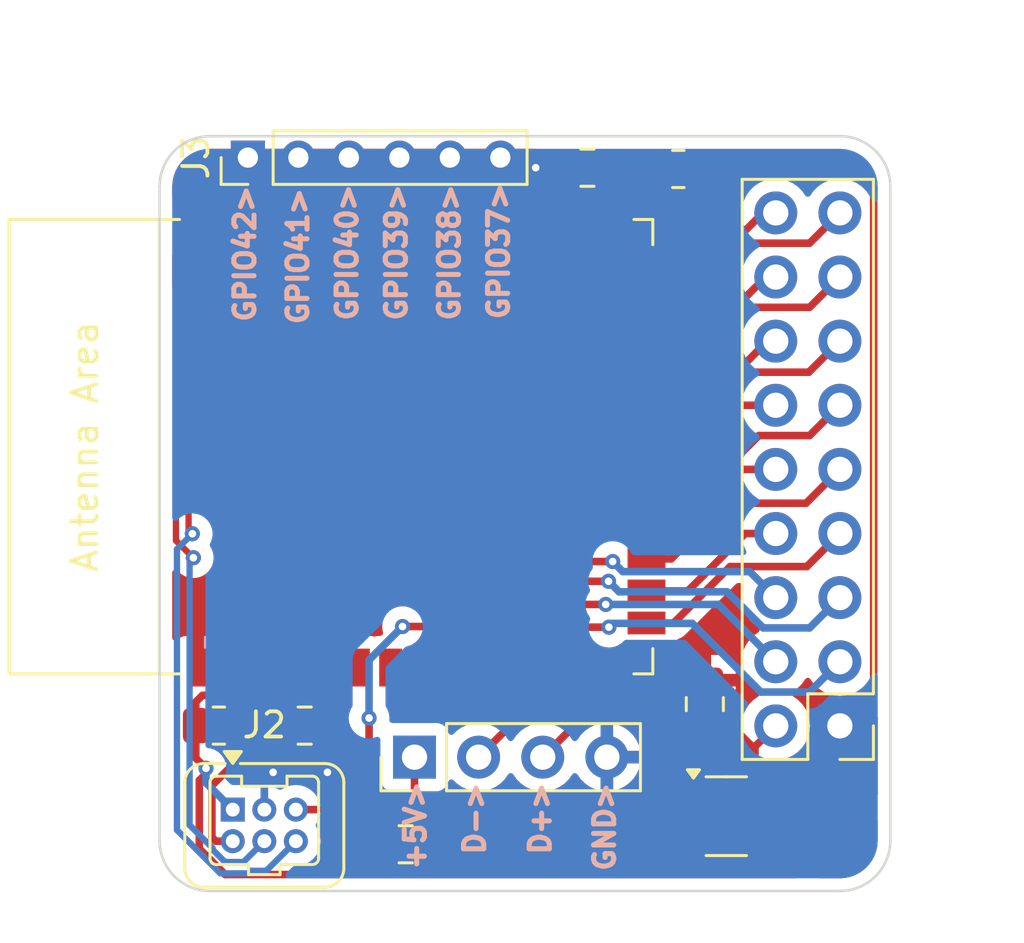
<source format=kicad_pcb>
(kicad_pcb (version 20240108) (generator "pcbnew") (generator_version "8.0")
  (layers (0 "F.Cu" signal) (31 "B.Cu" signal) (34 "B.Paste" user) (35 "F.Paste" user) (36 "B.SilkS" user "B.Silkscreen") (37 "F.SilkS" user "F.Silkscreen") (38 "B.Mask" user) (39 "F.Mask" user) (44 "Edge.Cuts" user))
  (net 0 "")
  (net 1 "EN")
  (net 2 "GND")
  (net 3 "GPIO0")
  (net 4 "+3V3")
  (net 5 "D+")
  (net 7 "D-")
  (net 8 "leftClick")
  (net 10 "SCLK")
  (net 11 "MOTION")
  (net 12 "RX")
  (net 13 "MOSI")
  (net 14 "MISO")
  (net 16 "TX")
  (net 17 "NCS")
  (net 18 "+5V")
  (net 20 "LED2")
  (net 21 "rightClick")
  (net 22 "LED1")
  (net 23 "Sensor_RST")
  (net 24 "CenterClick")
  (net 30 "encA")
  (net 31 "encB")
  (net 32 "encC")
  (net 34 "pin3")
  (net 35 "pin4")
  (net 36 "GPIO41")
  (net 37 "GPIO38")
  (net 38 "GPIO40")
  (net 39 "GPIO37")
  (net 40 "GPIO42")
  (net 41 "GPIO39")
  (footprint "PCM_Espressif:ESP32-S3-WROOM-1" (layer "F.Cu") (at 165.84 76.1 90)
    (property "Reference" "U1" (hide yes))
    (property "Value" "ESP32-S3-WROOM-1")
    (fp_line (start 9 -15.75) (end 9 -9) (stroke (width 0.12)) (layer "F.SilkS"))
    (fp_line (start -9 -15.75) (end 9 -15.75) (stroke (width 0.12)) (layer "F.SilkS"))
    (fp_line (start -9 -15.75) (end -9 -9) (stroke (width 0.12)) (layer "F.SilkS"))
    (fp_line (start 9 -9.81) (end -9 -9.81) (stroke (width 0.12)) (layer "F.SilkS"))
    (fp_line (start 9 9) (end 9 9.75) (stroke (width 0.12)) (layer "F.SilkS"))
    (fp_line (start -9 9) (end -9 9.75) (stroke (width 0.12)) (layer "F.SilkS"))
    (fp_line (start 9 9.75) (end 8 9.75) (stroke (width 0.12)) (layer "F.SilkS"))
    (fp_line (start -9 9.75) (end -8 9.75) (stroke (width 0.12)) (layer "F.SilkS"))
    (fp_text user "Antenna Area" (at 0 -12.75 90) (layer "F.SilkS"))
    (pad "1" smd rect (at -8.75 -8.26 90) (size 1.5 0.9) (layers "F.Cu" "F.Paste" "F.Mask") (net 2 "GND"))
    (pad "2" smd rect (at -8.75 -6.99 90) (size 1.5 0.9) (layers "F.Cu" "F.Paste" "F.Mask") (net 4 "+3V3"))
    (pad "3" smd rect (at -8.75 -5.72 90) (size 1.5 0.9) (layers "F.Cu" "F.Paste" "F.Mask") (net 1 "EN"))
    (pad "4" smd rect (at -8.75 -4.45 90) (size 1.5 0.9) (layers "F.Cu" "F.Paste" "F.Mask"))
    (pad "5" smd rect (at -8.75 -3.18 90) (size 1.5 0.9) (layers "F.Cu" "F.Paste" "F.Mask"))
    (pad "6" smd rect (at -8.75 -1.91 90) (size 1.5 0.9) (layers "F.Cu" "F.Paste" "F.Mask"))
    (pad "7" smd rect (at -8.75 -0.64 90) (size 1.5 0.9) (layers "F.Cu" "F.Paste" "F.Mask"))
    (pad "8" smd rect (at -8.75 0.63 90) (size 1.5 0.9) (layers "F.Cu" "F.Paste" "F.Mask"))
    (pad "9" smd rect (at -8.75 1.9 90) (size 1.5 0.9) (layers "F.Cu" "F.Paste" "F.Mask") (net 31 "encB"))
    (pad "10" smd rect (at -8.75 3.17 90) (size 1.5 0.9) (layers "F.Cu" "F.Paste" "F.Mask") (net 30 "encA"))
    (pad "11" smd rect (at -8.75 4.44 90) (size 1.5 0.9) (layers "F.Cu" "F.Paste" "F.Mask") (net 35 "pin4"))
    (pad "12" smd rect (at -8.75 5.71 90) (size 1.5 0.9) (layers "F.Cu" "F.Paste" "F.Mask") (net 34 "pin3"))
    (pad "13" smd rect (at -8.75 6.98 90) (size 1.5 0.9) (layers "F.Cu" "F.Paste" "F.Mask") (net 7 "D-"))
    (pad "14" smd rect (at -8.75 8.25 90) (size 1.5 0.9) (layers "F.Cu" "F.Paste" "F.Mask") (net 5 "D+"))
    (pad "15" smd rect (at -6.985 9.5 180) (size 1.5 0.9) (layers "F.Cu" "F.Paste" "F.Mask") (net 32 "encC"))
    (pad "16" smd rect (at -5.715 9.5 180) (size 1.5 0.9) (layers "F.Cu" "F.Paste" "F.Mask") (net 23 "Sensor_RST"))
    (pad "17" smd rect (at -4.445 9.5 180) (size 1.5 0.9) (layers "F.Cu" "F.Paste" "F.Mask") (net 11 "MOTION"))
    (pad "18" smd rect (at -3.175 9.5 180) (size 1.5 0.9) (layers "F.Cu" "F.Paste" "F.Mask") (net 10 "SCLK"))
    (pad "19" smd rect (at -1.905 9.5 180) (size 1.5 0.9) (layers "F.Cu" "F.Paste" "F.Mask") (net 13 "MOSI"))
    (pad "20" smd rect (at -0.635 9.5 180) (size 1.5 0.9) (layers "F.Cu" "F.Paste" "F.Mask") (net 14 "MISO"))
    (pad "21" smd rect (at 0.635 9.5 180) (size 1.5 0.9) (layers "F.Cu" "F.Paste" "F.Mask") (net 17 "NCS"))
    (pad "22" smd rect (at 1.905 9.5 180) (size 1.5 0.9) (layers "F.Cu" "F.Paste" "F.Mask") (net 20 "LED2"))
    (pad "23" smd rect (at 3.175 9.5 180) (size 1.5 0.9) (layers "F.Cu" "F.Paste" "F.Mask") (net 22 "LED1"))
    (pad "24" smd rect (at 4.445 9.5 180) (size 1.5 0.9) (layers "F.Cu" "F.Paste" "F.Mask") (net 8 "leftClick"))
    (pad "25" smd rect (at 5.715 9.5 180) (size 1.5 0.9) (layers "F.Cu" "F.Paste" "F.Mask") (net 21 "rightClick"))
    (pad "26" smd rect (at 6.985 9.5 180) (size 1.5 0.9) (layers "F.Cu" "F.Paste" "F.Mask") (net 24 "CenterClick"))
    (pad "27" smd rect (at 8.75 8.25 270) (size 1.5 0.9) (layers "F.Cu" "F.Paste" "F.Mask") (net 3 "GPIO0"))
    (pad "28" smd rect (at 8.75 6.98 270) (size 1.5 0.9) (layers "F.Cu" "F.Paste" "F.Mask"))
    (pad "29" smd rect (at 8.75 5.71 270) (size 1.5 0.9) (layers "F.Cu" "F.Paste" "F.Mask"))
    (pad "30" smd rect (at 8.75 4.44 270) (size 1.5 0.9) (layers "F.Cu" "F.Paste" "F.Mask") (net 39 "GPIO37"))
    (pad "31" smd rect (at 8.75 3.17 270) (size 1.5 0.9) (layers "F.Cu" "F.Paste" "F.Mask") (net 37 "GPIO38"))
    (pad "32" smd rect (at 8.75 1.9 270) (size 1.5 0.9) (layers "F.Cu" "F.Paste" "F.Mask") (net 41 "GPIO39"))
    (pad "33" smd rect (at 8.75 0.63 270) (size 1.5 0.9) (layers "F.Cu" "F.Paste" "F.Mask") (net 38 "GPIO40"))
    (pad "34" smd rect (at 8.75 -0.64 270) (size 1.5 0.9) (layers "F.Cu" "F.Paste" "F.Mask") (net 36 "GPIO41"))
    (pad "35" smd rect (at 8.75 -1.91 270) (size 1.5 0.9) (layers "F.Cu" "F.Paste" "F.Mask") (net 40 "GPIO42"))
    (pad "36" smd rect (at 8.75 -3.18 270) (size 1.5 0.9) (layers "F.Cu" "F.Paste" "F.Mask") (net 12 "RX"))
    (pad "37" smd rect (at 8.75 -4.45 270) (size 1.5 0.9) (layers "F.Cu" "F.Paste" "F.Mask") (net 16 "TX"))
    (pad "38" smd rect (at 8.75 -5.72 270) (size 1.5 0.9) (layers "F.Cu" "F.Paste" "F.Mask"))
    (pad "39" smd rect (at 8.75 -6.99 270) (size 1.5 0.9) (layers "F.Cu" "F.Paste" "F.Mask"))
    (pad "40" smd rect (at 8.75 -8.26 270) (size 1.5 0.9) (layers "F.Cu" "F.Paste" "F.Mask") (net 2 "GND"))
    (pad "41" smd rect (at -2.9 -1.94 270) (size 0.9 0.9) (layers "F.Cu" "F.Paste" "F.Mask") (net 2 "GND"))
    (pad "41" smd rect (at -2.9 -0.54 270) (size 0.9 0.9) (layers "F.Cu" "F.Paste" "F.Mask") (net 2 "GND"))
    (pad "41" smd rect (at -2.9 0.86 270) (size 0.9 0.9) (layers "F.Cu" "F.Paste" "F.Mask") (net 2 "GND"))
    (pad "41" smd rect (at -2.9 0.86 270) (size 0.9 0.9) (layers "F.Cu" "F.Paste" "F.Mask") (net 2 "GND"))
    (pad "41" smd rect (at -1.5 -1.94 270) (size 0.9 0.9) (layers "F.Cu" "F.Paste" "F.Mask") (net 2 "GND"))
    (pad "41" smd rect (at -1.5 -1.94 270) (size 0.9 0.9) (layers "F.Cu" "F.Paste" "F.Mask") (net 2 "GND"))
    (pad "41" smd rect (at -1.5 -0.54 270) (size 0.9 0.9) (layers "F.Cu" "F.Paste" "F.Mask") (net 2 "GND"))
    (pad "41" smd rect (at -1.5 0.86 270) (size 0.9 0.9) (layers "F.Cu" "F.Paste" "F.Mask") (net 2 "GND"))
    (pad "41" smd rect (at -0.1 -1.94 270) (size 0.9 0.9) (layers "F.Cu" "F.Paste" "F.Mask") (net 2 "GND"))
    (pad "41" smd rect (at -0.1 -0.54 270) (size 0.9 0.9) (layers "F.Cu" "F.Paste" "F.Mask") (net 2 "GND"))
    (pad "41" smd rect (at -0.1 0.86 270) (size 0.9 0.9) (layers "F.Cu" "F.Paste" "F.Mask") (net 2 "GND"))
    (zone (net 0) (net_name "") (layers "F&B.Cu") (name "antenna keepout") (connect_pads (clearance 0)) (min_thickness 0.254)
      (keepout (tracks not_allowed) (vias not_allowed) (pads not_allowed) (copperpour not_allowed) (footprints not_allowed))
      (fill (thermal_gap 0.508) (thermal_bridge_width 0.508))
      (polygon (pts (xy 156.04 67.1) (xy 156.04 85.1) (xy 150.09 85.1) (xy 150.09 67.1)))
    )
  )
  (footprint "Connector_Harwin:Harwin_Gecko-G125-FVX0605L0X_2x03_P1.25mm_Vertical" (layer "F.Cu") (at 158.95 90.4775)
    (property "Reference" "J2" (at 1.25 -3.35 0) (layer "F.SilkS"))
    (property "Value" "Conn_02x03_Odd_Even")
    (fp_line (start -1.9 -1.075) (end -1.9 2.325) (stroke (width 0.12)) (layer "F.SilkS"))
    (fp_line (start -1.15 -1.825) (end -0.3 -1.825) (stroke (width 0.12)) (layer "F.SilkS"))
    (fp_line (start -1.15 3.075) (end 3.65 3.075) (stroke (width 0.12)) (layer "F.SilkS"))
    (fp_line (start -0.9 -1.075) (end -0.9 1.925) (stroke (width 0.12)) (layer "F.SilkS"))
    (fp_line (start -0.65 -1.325) (end 0.35 -1.325) (stroke (width 0.12)) (layer "F.SilkS"))
    (fp_line (start -0.65 2.175) (end 0.625 2.175) (stroke (width 0.12)) (layer "F.SilkS"))
    (fp_line (start 0.3 -1.825) (end 3.65 -1.825) (stroke (width 0.12)) (layer "F.SilkS"))
    (fp_line (start 0.35 -1.325) (end 0.35 -0.925) (stroke (width 0.12)) (layer "F.SilkS"))
    (fp_line (start 0.35 -0.925) (end 2.15 -0.925) (stroke (width 0.12)) (layer "F.SilkS"))
    (fp_line (start 0.625 2.175) (end 0.625 2.575) (stroke (width 0.12)) (layer "F.SilkS"))
    (fp_line (start 0.625 2.575) (end 1.875 2.575) (stroke (width 0.12)) (layer "F.SilkS"))
    (fp_line (start 1.875 2.175) (end 3.15 2.175) (stroke (width 0.12)) (layer "F.SilkS"))
    (fp_line (start 1.875 2.575) (end 1.875 2.175) (stroke (width 0.12)) (layer "F.SilkS"))
    (fp_line (start 2.15 -1.325) (end 3.15 -1.325) (stroke (width 0.12)) (layer "F.SilkS"))
    (fp_line (start 2.15 -0.925) (end 2.15 -1.325) (stroke (width 0.12)) (layer "F.SilkS"))
    (fp_line (start 3.4 -1.075) (end 3.4 1.925) (stroke (width 0.12)) (layer "F.SilkS"))
    (fp_line (start 4.4 -1.075) (end 4.4 2.325) (stroke (width 0.12)) (layer "F.SilkS"))
    (fp_arc (start -1.9 -1.075) (mid -1.68033 -1.60533) (end -1.15 -1.825) (stroke (width 0.12)) (layer "F.SilkS"))
    (fp_arc (start -1.15 3.075) (mid -1.68033 2.85533) (end -1.9 2.325) (stroke (width 0.12)) (layer "F.SilkS"))
    (fp_arc (start -0.9 -1.075) (mid -0.826777 -1.251777) (end -0.65 -1.325) (stroke (width 0.12)) (layer "F.SilkS"))
    (fp_arc (start -0.65 2.175) (mid -0.826777 2.101777) (end -0.9 1.925) (stroke (width 0.12)) (layer "F.SilkS"))
    (fp_arc (start 3.15 -1.325) (mid 3.326777 -1.251777) (end 3.4 -1.075) (stroke (width 0.12)) (layer "F.SilkS"))
    (fp_arc (start 3.4 1.925) (mid 3.326777 2.101777) (end 3.15 2.175) (stroke (width 0.12)) (layer "F.SilkS"))
    (fp_arc (start 3.65 -1.825) (mid 4.18033 -1.60533) (end 4.4 -1.075) (stroke (width 0.12)) (layer "F.SilkS"))
    (fp_arc (start 4.4 2.325) (mid 4.18033 2.85533) (end 3.65 3.075) (stroke (width 0.12)) (layer "F.SilkS"))
    (fp_poly (pts (xy 0 -1.83) (xy -0.34 -2.3) (xy 0.34 -2.3) (xy 0 -1.83)) (stroke (width 0.12)) (fill solid) (layer "F.SilkS"))
    (pad "1" thru_hole rect (at 0 0) (size 0.95 0.95) (drill 0.55) (layers "*.Cu" "*.Mask") (net 4 "+3V3"))
    (pad "2" thru_hole circle (at 1.25 0) (size 0.95 0.95) (drill 0.55) (layers "*.Cu" "*.Mask") (net 2 "GND"))
    (pad "3" thru_hole circle (at 2.5 0) (size 0.95 0.95) (drill 0.55) (layers "*.Cu" "*.Mask") (net 3 "GPIO0"))
    (pad "4" thru_hole circle (at 0 1.25) (size 0.95 0.95) (drill 0.55) (layers "*.Cu" "*.Mask") (net 1 "EN"))
    (pad "5" thru_hole circle (at 1.25 1.25) (size 0.95 0.95) (drill 0.55) (layers "*.Cu" "*.Mask") (net 16 "TX"))
    (pad "6" thru_hole circle (at 2.5 1.25) (size 0.95 0.95) (drill 0.55) (layers "*.Cu" "*.Mask") (net 12 "RX"))
  )
  (footprint "Capacitor_SMD:C_0805_2012Metric" (layer "F.Cu") (at 161.8 87.15 180)
    (property "Reference" "C1" (hide yes))
    (property "Value" "0.1u")
    (fp_line (start -0.261252 0.735) (end 0.261252 0.735) (stroke (width 0.12)) (layer "F.SilkS"))
    (fp_line (start -0.261252 -0.735) (end 0.261252 -0.735) (stroke (width 0.12)) (layer "F.SilkS"))
    (pad "1" smd roundrect (at -0.95 0 180) (size 1 1.45) (layers "F.Cu" "F.Paste" "F.Mask") (net 2 "GND"))
    (pad "2" smd roundrect (at 0.95 0 180) (size 1 1.45) (layers "F.Cu" "F.Paste" "F.Mask") (net 1 "EN"))
  )
  (footprint "Capacitor_SMD:C_0805_2012Metric" (layer "F.Cu") (at 165.8 91.85 180)
    (property "Reference" "C3" (hide yes))
    (property "Value" "1u")
    (fp_line (start -0.261252 0.735) (end 0.261252 0.735) (stroke (width 0.12)) (layer "F.SilkS"))
    (fp_line (start -0.261252 -0.735) (end 0.261252 -0.735) (stroke (width 0.12)) (layer "F.SilkS"))
    (pad "1" smd roundrect (at -0.95 0 180) (size 1 1.45) (layers "F.Cu" "F.Paste" "F.Mask") (net 18 "+5V"))
    (pad "2" smd roundrect (at 0.95 0 180) (size 1 1.45) (layers "F.Cu" "F.Paste" "F.Mask") (net 2 "GND"))
  )
  (footprint "Capacitor_SMD:C_0805_2012Metric" (layer "F.Cu") (at 173 65.05)
    (property "Reference" "C2" (hide yes))
    (property "Value" "0.1u")
    (fp_line (start -0.261252 -0.735) (end 0.261252 -0.735) (stroke (width 0.12)) (layer "F.SilkS"))
    (fp_line (start -0.261252 0.735) (end 0.261252 0.735) (stroke (width 0.12)) (layer "F.SilkS"))
    (pad "1" smd roundrect (at -0.95 0) (size 1 1.45) (layers "F.Cu" "F.Paste" "F.Mask") (net 2 "GND"))
    (pad "2" smd roundrect (at 0.95 0) (size 1 1.45) (layers "F.Cu" "F.Paste" "F.Mask") (net 3 "GPIO0"))
  )
  (footprint "Connector_PinHeader_2.00mm:PinHeader_1x06_P2.00mm_Vertical" (layer "F.Cu") (at 159.55 64.65 90)
    (property "Reference" "J3" (at 0 -2.06 90) (layer "F.SilkS"))
    (property "Value" "Conn_01x06_Pin")
    (fp_line (start -1.06 -1.06) (end 0 -1.06) (stroke (width 0.12)) (layer "F.SilkS"))
    (fp_line (start -1.06 0) (end -1.06 -1.06) (stroke (width 0.12)) (layer "F.SilkS"))
    (fp_line (start 1.06 1) (end 1.06 11.06) (stroke (width 0.12)) (layer "F.SilkS"))
    (fp_line (start -1.06 1) (end 1.06 1) (stroke (width 0.12)) (layer "F.SilkS"))
    (fp_line (start -1.06 1) (end -1.06 11.06) (stroke (width 0.12)) (layer "F.SilkS"))
    (fp_line (start -1.06 11.06) (end 1.06 11.06) (stroke (width 0.12)) (layer "F.SilkS"))
    (pad "1" thru_hole rect (at 0 0 90) (size 1.35 1.35) (drill 0.8) (layers "*.Cu" "*.Mask") (net 40 "GPIO42"))
    (pad "2" thru_hole oval (at 0 2 90) (size 1.35 1.35) (drill 0.8) (layers "*.Cu" "*.Mask") (net 36 "GPIO41"))
    (pad "3" thru_hole oval (at 0 4 90) (size 1.35 1.35) (drill 0.8) (layers "*.Cu" "*.Mask") (net 38 "GPIO40"))
    (pad "4" thru_hole oval (at 0 6 90) (size 1.35 1.35) (drill 0.8) (layers "*.Cu" "*.Mask") (net 41 "GPIO39"))
    (pad "5" thru_hole oval (at 0 8 90) (size 1.35 1.35) (drill 0.8) (layers "*.Cu" "*.Mask") (net 37 "GPIO38"))
    (pad "6" thru_hole oval (at 0 10 90) (size 1.35 1.35) (drill 0.8) (layers "*.Cu" "*.Mask") (net 39 "GPIO37"))
  )
  (footprint "Package_TO_SOT_SMD:SOT-23-5" (layer "F.Cu") (at 178.5 90.7375)
    (property "Reference" "U2" (hide yes))
    (property "Value" "TLV73333PDBV")
    (fp_line (start 0 -1.56) (end -0.8 -1.56) (stroke (width 0.12)) (layer "F.SilkS"))
    (fp_line (start 0 -1.56) (end 0.8 -1.56) (stroke (width 0.12)) (layer "F.SilkS"))
    (fp_line (start 0 1.56) (end -0.8 1.56) (stroke (width 0.12)) (layer "F.SilkS"))
    (fp_line (start 0 1.56) (end 0.8 1.56) (stroke (width 0.12)) (layer "F.SilkS"))
    (fp_poly (pts (xy -1.3 -1.51) (xy -1.54 -1.84) (xy -1.06 -1.84) (xy -1.3 -1.51)) (stroke (width 0.12)) (fill solid) (layer "F.SilkS"))
    (pad "1" smd roundrect (at -1.1375 -0.95) (size 1.325 0.6) (layers "F.Cu" "F.Paste" "F.Mask") (net 18 "+5V"))
    (pad "2" smd roundrect (at -1.1375 0) (size 1.325 0.6) (layers "F.Cu" "F.Paste" "F.Mask") (net 2 "GND"))
    (pad "3" smd roundrect (at -1.1375 0.95) (size 1.325 0.6) (layers "F.Cu" "F.Paste" "F.Mask") (net 18 "+5V"))
    (pad "4" smd roundrect (at 1.1375 0.95) (size 1.325 0.6) (layers "F.Cu" "F.Paste" "F.Mask"))
    (pad "5" smd roundrect (at 1.1375 -0.95) (size 1.325 0.6) (layers "F.Cu" "F.Paste" "F.Mask") (net 4 "+3V3"))
  )
  (footprint "Resistor_SMD:R_0805_2012Metric" (layer "F.Cu") (at 176.6 65.1 180)
    (property "Reference" "R2" (hide yes))
    (property "Value" "10k")
    (fp_line (start -0.227064 0.735) (end 0.227064 0.735) (stroke (width 0.12)) (layer "F.SilkS"))
    (fp_line (start -0.227064 -0.735) (end 0.227064 -0.735) (stroke (width 0.12)) (layer "F.SilkS"))
    (pad "1" smd roundrect (at -0.9125 0 180) (size 1.025 1.4) (layers "F.Cu" "F.Paste" "F.Mask") (roundrect_rratio 0.243902) (net 4 "+3V3"))
    (pad "2" smd roundrect (at 0.9125 0 180) (size 1.025 1.4) (layers "F.Cu" "F.Paste" "F.Mask") (roundrect_rratio 0.243902) (net 3 "GPIO0"))
  )
  (footprint "Capacitor_SMD:C_0805_2012Metric" (layer "F.Cu") (at 177.65 86.3 90)
    (property "Reference" "C4" (hide yes))
    (property "Value" "1u")
    (fp_line (start -0.261252 -0.735) (end 0.261252 -0.735) (stroke (width 0.12)) (layer "F.SilkS"))
    (fp_line (start -0.261252 0.735) (end 0.261252 0.735) (stroke (width 0.12)) (layer "F.SilkS"))
    (pad "1" smd roundrect (at -0.95 0 90) (size 1 1.45) (layers "F.Cu" "F.Paste" "F.Mask") (net 4 "+3V3"))
    (pad "2" smd roundrect (at 0.95 0 90) (size 1 1.45) (layers "F.Cu" "F.Paste" "F.Mask") (net 2 "GND"))
  )
  (footprint "Resistor_SMD:R_0805_2012Metric" (layer "F.Cu") (at 158.4 87.15)
    (property "Reference" "R1" (hide yes))
    (property "Value" "10k")
    (fp_line (start -0.227064 -0.735) (end 0.227064 -0.735) (stroke (width 0.12)) (layer "F.SilkS"))
    (fp_line (start -0.227064 0.735) (end 0.227064 0.735) (stroke (width 0.12)) (layer "F.SilkS"))
    (pad "1" smd roundrect (at -0.9125 0) (size 1.025 1.4) (layers "F.Cu" "F.Paste" "F.Mask") (roundrect_rratio 0.243902) (net 4 "+3V3"))
    (pad "2" smd roundrect (at 0.9125 0) (size 1.025 1.4) (layers "F.Cu" "F.Paste" "F.Mask") (roundrect_rratio 0.243902) (net 1 "EN"))
  )
  (footprint "Connector_PinHeader_2.54mm:PinHeader_2x09_P2.54mm_Vertical" (layer "F.Cu") (at 183 87.16 180)
    (property "Reference" "J4" (hide yes))
    (property "Value" "Conn_02x09_Odd_Even")
    (fp_line (start 3.87 -1.33) (end 3.87 21.65) (stroke (width 0.12)) (layer "F.SilkS"))
    (fp_line (start 1.27 1.27) (end 1.27 -1.33) (stroke (width 0.12)) (layer "F.SilkS"))
    (fp_line (start 1.27 -1.33) (end 3.87 -1.33) (stroke (width 0.12)) (layer "F.SilkS"))
    (fp_line (start -1.33 21.65) (end 3.87 21.65) (stroke (width 0.12)) (layer "F.SilkS"))
    (fp_line (start -1.33 1.27) (end 1.27 1.27) (stroke (width 0.12)) (layer "F.SilkS"))
    (fp_line (start -1.33 1.27) (end -1.33 21.65) (stroke (width 0.12)) (layer "F.SilkS"))
    (fp_line (start -1.33 0) (end -1.33 -1.33) (stroke (width 0.12)) (layer "F.SilkS"))
    (fp_line (start -1.33 -1.33) (end 0 -1.33) (stroke (width 0.12)) (layer "F.SilkS"))
    (pad "1" thru_hole rect (at 0 0 180) (size 1.7 1.7) (drill 1) (layers "*.Cu" "*.Mask") (net 2 "GND"))
    (pad "2" thru_hole oval (at 2.54 0 180) (size 1.7 1.7) (drill 1) (layers "*.Cu" "*.Mask") (net 4 "+3V3"))
    (pad "3" thru_hole oval (at 0 2.54 180) (size 1.7 1.7) (drill 1) (layers "*.Cu" "*.Mask") (net 34 "pin3"))
    (pad "4" thru_hole oval (at 2.54 2.54 180) (size 1.7 1.7) (drill 1) (layers "*.Cu" "*.Mask") (net 35 "pin4"))
    (pad "5" thru_hole oval (at 0 5.08 180) (size 1.7 1.7) (drill 1) (layers "*.Cu" "*.Mask") (net 30 "encA"))
    (pad "6" thru_hole oval (at 2.54 5.08 180) (size 1.7 1.7) (drill 1) (layers "*.Cu" "*.Mask") (net 31 "encB"))
    (pad "7" thru_hole oval (at 0 7.62 180) (size 1.7 1.7) (drill 1) (layers "*.Cu" "*.Mask") (net 32 "encC"))
    (pad "8" thru_hole oval (at 2.54 7.62 180) (size 1.7 1.7) (drill 1) (layers "*.Cu" "*.Mask") (net 23 "Sensor_RST"))
    (pad "9" thru_hole oval (at 0 10.16 180) (size 1.7 1.7) (drill 1) (layers "*.Cu" "*.Mask") (net 11 "MOTION"))
    (pad "10" thru_hole oval (at 2.54 10.16 180) (size 1.7 1.7) (drill 1) (layers "*.Cu" "*.Mask") (net 10 "SCLK"))
    (pad "11" thru_hole oval (at 0 12.7 180) (size 1.7 1.7) (drill 1) (layers "*.Cu" "*.Mask") (net 13 "MOSI"))
    (pad "12" thru_hole oval (at 2.54 12.7 180) (size 1.7 1.7) (drill 1) (layers "*.Cu" "*.Mask") (net 14 "MISO"))
    (pad "13" thru_hole oval (at 0 15.24 180) (size 1.7 1.7) (drill 1) (layers "*.Cu" "*.Mask") (net 17 "NCS"))
    (pad "14" thru_hole oval (at 2.54 15.24 180) (size 1.7 1.7) (drill 1) (layers "*.Cu" "*.Mask") (net 20 "LED2"))
    (pad "15" thru_hole oval (at 0 17.78 180) (size 1.7 1.7) (drill 1) (layers "*.Cu" "*.Mask") (net 22 "LED1"))
    (pad "16" thru_hole oval (at 2.54 17.78 180) (size 1.7 1.7) (drill 1) (layers "*.Cu" "*.Mask") (net 8 "leftClick"))
    (pad "17" thru_hole oval (at 0 20.32 180) (size 1.7 1.7) (drill 1) (layers "*.Cu" "*.Mask") (net 21 "rightClick"))
    (pad "18" thru_hole oval (at 2.54 20.32 180) (size 1.7 1.7) (drill 1) (layers "*.Cu" "*.Mask") (net 24 "CenterClick"))
  )
  (footprint "Connector_PinHeader_2.54mm:PinHeader_1x04_P2.54mm_Vertical" (layer "F.Cu") (at 166.15 88.4 90)
    (property "Reference" "J1" (hide yes))
    (property "Value" "Conn_01x04")
    (fp_line (start -1.33 -1.33) (end 0 -1.33) (stroke (width 0.12)) (layer "F.SilkS"))
    (fp_line (start -1.33 0) (end -1.33 -1.33) (stroke (width 0.12)) (layer "F.SilkS"))
    (fp_line (start 1.33 1.27) (end 1.33 8.95) (stroke (width 0.12)) (layer "F.SilkS"))
    (fp_line (start -1.33 1.27) (end 1.33 1.27) (stroke (width 0.12)) (layer "F.SilkS"))
    (fp_line (start -1.33 1.27) (end -1.33 8.95) (stroke (width 0.12)) (layer "F.SilkS"))
    (fp_line (start -1.33 8.95) (end 1.33 8.95) (stroke (width 0.12)) (layer "F.SilkS"))
    (pad "1" thru_hole rect (at 0 0 90) (size 1.7 1.7) (drill 1) (layers "*.Cu" "*.Mask") (net 18 "+5V"))
    (pad "2" thru_hole oval (at 0 2.54 90) (size 1.7 1.7) (drill 1) (layers "*.Cu" "*.Mask") (net 7 "D-"))
    (pad "3" thru_hole oval (at 0 5.08 90) (size 1.7 1.7) (drill 1) (layers "*.Cu" "*.Mask") (net 5 "D+"))
    (pad "4" thru_hole oval (at 0 7.62 90) (size 1.7 1.7) (drill 1) (layers "*.Cu" "*.Mask") (net 2 "GND"))
  )
  (gr_line (start 156.05 91.7) (end 156.05 65.8) (stroke (width 0.1)) (layer "Edge.Cuts"))
  (gr_arc (start 183 63.8) (mid 184.414214 64.385786) (end 185 65.8) (stroke (width 0.1)) (layer "Edge.Cuts"))
  (gr_arc (start 185 91.7) (mid 184.414214 93.114214) (end 183 93.7) (stroke (width 0.1)) (layer "Edge.Cuts"))
  (gr_arc (start 156.05 65.8) (mid 156.635786 64.385786) (end 158.05 63.8) (stroke (width 0.1)) (layer "Edge.Cuts"))
  (gr_line (start 158.05 63.8) (end 183 63.8) (stroke (width 0.1)) (layer "Edge.Cuts"))
  (gr_arc (start 158.05 93.7) (mid 156.635786 93.114214) (end 156.05 91.7) (stroke (width 0.1)) (layer "Edge.Cuts"))
  (gr_line (start 183 93.7) (end 158.05 93.7) (stroke (width 0.1)) (layer "Edge.Cuts"))
  (gr_line (start 185 65.8) (end 185 91.7) (stroke (width 0.1)) (layer "Edge.Cuts"))
  (gr_text "GPIO39>" (at 165.9 71.2 90) (layer "B.SilkS") (effects (font (size 0.8 0.8) (thickness 0.2) (bold yes)) (justify left bottom)))
  (gr_text "GPIO42>" (at 159.9 71.25 90) (layer "B.SilkS") (effects (font (size 0.8 0.8) (thickness 0.2) (bold yes)) (justify left bottom)))
  (gr_text "GPIO37>" (at 169.95 71.15 90) (layer "B.SilkS") (effects (font (size 0.8 0.8) (thickness 0.2) (bold yes)) (justify left bottom)))
  (gr_text "D->" (at 169 92.35 90) (layer "B.SilkS") (effects (font (size 0.8 0.8) (thickness 0.2) (bold yes)) (justify left bottom)))
  (gr_text "GND>" (at 174.15 93 90) (layer "B.SilkS") (effects (font (size 0.8 0.8) (thickness 0.2) (bold yes)) (justify left bottom)))
  (gr_text "GPIO41>" (at 162 71.35 90) (layer "B.SilkS") (effects (font (size 0.8 0.8) (thickness 0.2) (bold yes)) (justify left bottom)))
  (gr_text "GPIO38>" (at 168 71.2 90) (layer "B.SilkS") (effects (font (size 0.8 0.8) (thickness 0.2) (bold yes)) (justify left bottom)))
  (gr_text "GPIO40>" (at 163.95 71.2 90) (layer "B.SilkS") (effects (font (size 0.8 0.8) (thickness 0.2) (bold yes)) (justify left bottom)))
  (gr_text "+5V>" (at 166.65 92.95 90) (layer "B.SilkS") (effects (font (size 0.8 0.8) (thickness 0.2) (bold yes)) (justify left bottom)))
  (gr_text "D+>" (at 171.6 92.35 90) (layer "B.SilkS") (effects (font (size 0.8 0.8) (thickness 0.2) (bold yes)) (justify left bottom)))
  (segment (start 160.12 87.13) (end 160.1 87.15) (width 0.3) (layer "F.Cu") (net 1))
  (segment (start 158.95 91.7275) (end 158.278249 91.7275) (width 0.3) (layer "F.Cu") (net 1))
  (segment (start 158.125 89.525) (end 159.3125 88.3375) (width 0.3) (layer "F.Cu") (net 1))
  (segment (start 160.12 84.85) (end 160.12 87.13) (width 0.3) (layer "F.Cu") (net 1))
  (segment (start 158.278249 91.7275) (end 158.125 91.574251) (width 0.3) (layer "F.Cu") (net 1))
  (segment (start 160.85 87.15) (end 160.1 87.15) (width 0.3) (layer "F.Cu") (net 1))
  (segment (start 159.3125 88.3375) (end 159.3125 87.15) (width 0.3) (layer "F.Cu") (net 1))
  (segment (start 160.1 87.15) (end 159.3125 87.15) (width 0.3) (layer "F.Cu") (net 1))
  (segment (start 158.125 91.574251) (end 158.125 89.525) (width 0.3) (layer "F.Cu") (net 1))
  (segment (start 160.2 89.45) (end 160.65 89) (width 0.3) (layer "F.Cu") (net 2))
  (segment (start 160.2 90.4775) (end 160.2 89.45) (width 0.3) (layer "F.Cu") (net 2))
  (segment (start 178.05 88.4) (end 173.77 88.4) (width 0.3) (layer "F.Cu") (net 2))
  (segment (start 177.3625 90.7375) (end 178.024999 90.7375) (width 0.3) (layer "F.Cu") (net 2))
  (segment (start 178.55 90.212499) (end 178.55 88.9) (width 0.3) (layer "F.Cu") (net 2))
  (segment (start 178.55 88.9) (end 178.05 88.4) (width 0.3) (layer "F.Cu") (net 2))
  (segment (start 178.024999 90.7375) (end 178.55 90.212499) (width 0.3) (layer "F.Cu") (net 2))
  (via (at 162.7 89) (size 0.6) (drill 0.3) (layers "F.Cu" "B.Cu") (net 2))
  (via (at 160.55 89) (size 0.6) (drill 0.3) (layers "F.Cu" "B.Cu") (net 2))
  (via (at 170.95 65.05) (size 0.6) (drill 0.3) (layers "F.Cu" "B.Cu") (net 2))
  (segment (start 160.2 90.4775) (end 160.2 89.35) (width 0.3) (layer "B.Cu") (net 2))
  (segment (start 160.2 89.35) (end 160.55 89) (width 0.3) (layer "B.Cu") (net 2))
  (segment (start 173.95 65.9) (end 173.95 65.05) (width 0.3) (layer "F.Cu") (net 3))
  (segment (start 164.35 89.45) (end 164.35 86.85) (width 0.3) (layer "F.Cu") (net 3))
  (segment (start 174.09 66.06) (end 174.1 66.05) (width 0.3) (layer "F.Cu") (net 3))
  (segment (start 174.09 77.052894) (end 167.917894 83.225) (width 0.3) (layer "F.Cu") (net 3))
  (segment (start 167.917894 83.225) (end 165.675 83.225) (width 0.3) (layer "F.Cu") (net 3))
  (segment (start 161.45 90.4775) (end 163.3225 90.4775) (width 0.3) (layer "F.Cu") (net 3))
  (segment (start 174.09 67.35) (end 174.09 66.06) (width 0.3) (layer "F.Cu") (net 3))
  (segment (start 163.3225 90.4775) (end 163.5 90.3) (width 0.3) (layer "F.Cu") (net 3))
  (segment (start 174.1 66.05) (end 173.95 65.9) (width 0.3) (layer "F.Cu") (net 3))
  (segment (start 174.09 67.35) (end 174.09 77.052894) (width 0.3) (layer "F.Cu") (net 3))
  (segment (start 163.5 90.3) (end 164.35 89.45) (width 0.3) (layer "F.Cu") (net 3))
  (segment (start 175.6875 65.1) (end 174 65.1) (width 0.3) (layer "F.Cu") (net 3))
  (segment (start 174 65.1) (end 173.95 65.05) (width 0.3) (layer "F.Cu") (net 3))
  (via (at 164.35 86.85) (size 0.6) (drill 0.3) (layers "F.Cu" "B.Cu") (net 3))
  (via (at 165.675 83.225) (size 0.6) (drill 0.3) (layers "F.Cu" "B.Cu") (net 3))
  (segment (start 164.35 84.55) (end 165.675 83.225) (width 0.3) (layer "B.Cu") (net 3))
  (segment (start 164.35 86.85) (end 164.35 84.55) (width 0.3) (layer "B.Cu") (net 3))
  (segment (start 165.675 83.225) (end 165.7 83.2) (width 0.3) (layer "B.Cu") (net 3))
  (segment (start 178.8 87.25) (end 179.5325 87.9825) (width 0.3) (layer "F.Cu") (net 4))
  (segment (start 179.6375 87.9825) (end 180.46 87.16) (width 0.3) (layer "F.Cu") (net 4))
  (segment (start 177.65 87.25) (end 178.8 87.25) (width 0.3) (layer "F.Cu") (net 4))
  (segment (start 184.340516 86.840516) (end 184.340516 65.640516) (width 0.3) (layer "F.Cu") (net 4))
  (segment (start 182.6 91.6) (end 182.6 90.6) (width 0.3) (layer "F.Cu") (net 4))
  (segment (start 183.8 65.1) (end 177.5125 65.1) (width 0.3) (layer "F.Cu") (net 4))
  (segment (start 157.89038 88.84038) (end 157.89038 89.052513) (width 0.3) (layer "F.Cu") (net 4))
  (segment (start 184.35 89.85) (end 184.35 86.85) (width 0.3) (layer "F.Cu") (net 4))
  (segment (start 157.625 92.025) (end 158.65 93.05) (width 0.3) (layer "F.Cu") (net 4))
  (segment (start 158.85 85.48) (end 158.85 84.85) (width 0.3) (layer "F.Cu") (net 4))
  (segment (start 158.38 85.95) (end 158.85 85.48) (width 0.3) (layer "F.Cu") (net 4))
  (segment (start 157.75 85.95) (end 158.38 85.95) (width 0.3) (layer "F.Cu") (net 4))
  (segment (start 179.6375 89.7875) (end 179.6375 87.9825) (width 0.3) (layer "F.Cu") (net 4))
  (segment (start 181.15 93.05) (end 182.6 91.6) (width 0.3) (layer "F.Cu") (net 4))
  (segment (start 184.35 86.85) (end 184.340516 86.840516) (width 0.3) (layer "F.Cu") (net 4))
  (segment (start 157.4875 88.4375) (end 157.4875 87.15) (width 0.3) (layer "F.Cu") (net 4))
  (segment (start 157.4875 87.15) (end 157.4875 86.2125) (width 0.3) (layer "F.Cu") (net 4))
  (segment (start 184.340516 65.640516) (end 183.8 65.1) (width 0.3) (layer "F.Cu") (net 4))
  (segment (start 157.89038 88.84038) (end 157.4875 88.4375) (width 0.3) (layer "F.Cu") (net 4))
  (segment (start 157.89038 89.052513) (end 157.625 89.317893) (width 0.3) (layer "F.Cu") (net 4))
  (segment (start 157.4875 86.2125) (end 157.75 85.95) (width 0.3) (layer "F.Cu") (net 4))
  (segment (start 179.6375 89.7875) (end 181.7875 89.7875) (width 0.3) (layer "F.Cu") (net 4))
  (segment (start 158.65 93.05) (end 181.15 93.05) (width 0.3) (layer "F.Cu") (net 4))
  (segment (start 179.5325 87.9825) (end 179.6375 87.9825) (width 0.3) (layer "F.Cu") (net 4))
  (segment (start 182.6 90.6) (end 183.6 90.6) (width 0.3) (layer "F.Cu") (net 4))
  (segment (start 157.625 89.317893) (end 157.625 92.025) (width 0.3) (layer "F.Cu") (net 4))
  (segment (start 181.7875 89.7875) (end 182.6 90.6) (width 0.3) (layer "F.Cu") (net 4))
  (segment (start 183.6 90.6) (end 184.35 89.85) (width 0.3) (layer "F.Cu") (net 4))
  (via (at 157.89038 88.84038) (size 0.6) (drill 0.3) (layers "F.Cu" "B.Cu") (net 4))
  (segment (start 157.89038 88.84038) (end 157.89038 89.41788) (width 0.3) (layer "B.Cu") (net 4))
  (segment (start 157.89038 89.41788) (end 158.95 90.4775) (width 0.3) (layer "B.Cu") (net 4))
  (segment (start 174.09 84.85) (end 174.09 85.9) (width 0.3) (layer "F.Cu") (net 5))
  (segment (start 171.23 88.4) (end 173.03 86.6) (width 0.3) (layer "F.Cu") (net 5))
  (segment (start 174.09 85.9) (end 173.39 86.6) (width 0.3) (layer "F.Cu") (net 5))
  (segment (start 173.03 86.6) (end 173.39 86.6) (width 0.3) (layer "F.Cu") (net 5))
  (segment (start 172.02 86.7) (end 170.39 86.7) (width 0.3) (layer "F.Cu") (net 7))
  (segment (start 172.82 84.85) (end 172.82 85.9) (width 0.3) (layer "F.Cu") (net 7))
  (segment (start 170.39 86.7) (end 168.69 88.4) (width 0.3) (layer "F.Cu") (net 7))
  (segment (start 172.82 85.9) (end 172.02 86.7) (width 0.3) (layer "F.Cu") (net 7))
  (segment (start 180.46 69.38) (end 180.062894 69.38) (width 0.3) (layer "F.Cu") (net 8))
  (segment (start 177.787894 71.655) (end 175.34 71.655) (width 0.3) (layer "F.Cu") (net 8))
  (segment (start 180.062894 69.38) (end 177.787894 71.655) (width 0.3) (layer "F.Cu") (net 8))
  (segment (start 179.157106 77) (end 176.882106 79.275) (width 0.3) (layer "F.Cu") (net 10))
  (segment (start 176.882106 79.275) (end 175.34 79.275) (width 0.3) (layer "F.Cu") (net 10))
  (segment (start 180.46 77) (end 179.157106 77) (width 0.3) (layer "F.Cu") (net 10))
  (segment (start 178.524212 78.34) (end 176.319212 80.545) (width 0.3) (layer "F.Cu") (net 11))
  (segment (start 181.66 78.34) (end 178.524212 78.34) (width 0.3) (layer "F.Cu") (net 11))
  (segment (start 176.319212 80.545) (end 175.34 80.545) (width 0.3) (layer "F.Cu") (net 11))
  (segment (start 183 77) (end 181.66 78.34) (width 0.3) (layer "F.Cu") (net 11))
  (segment (start 157.2 71.007106) (end 158.057106 70.15) (width 0.25) (layer "F.Cu") (net 12))
  (segment (start 157.2 79.4) (end 157.2 71.007106) (width 0.25) (layer "F.Cu") (net 12))
  (segment (start 158.057106 70.15) (end 160.6 70.15) (width 0.25) (layer "F.Cu") (net 12))
  (segment (start 162.66 68.09) (end 162.66 67.35) (width 0.25) (layer "F.Cu") (net 12))
  (segment (start 160.6 70.15) (end 162.66 68.09) (width 0.25) (layer "F.Cu") (net 12))
  (segment (start 157.35 79.55) (end 157.2 79.4) (width 0.25) (layer "F.Cu") (net 12))
  (via (at 157.35 79.55) (size 0.6) (drill 0.3) (layers "F.Cu" "B.Cu") (net 12))
  (segment (start 159.663896 92.9) (end 159.561396 93.0025) (width 0.25) (layer "B.Cu") (net 12))
  (segment (start 156.74038 91.285647) (end 156.74038 80.15962) (width 0.25) (layer "B.Cu") (net 12))
  (segment (start 161.45 91.7275) (end 160.2775 92.9) (width 0.25) (layer "B.Cu") (net 12))
  (segment (start 159.561396 93.0025) (end 158.457233 93.0025) (width 0.25) (layer "B.Cu") (net 12))
  (segment (start 156.74038 80.15962) (end 157.35 79.55) (width 0.25) (layer "B.Cu") (net 12))
  (segment (start 160.2775 92.9) (end 159.663896 92.9) (width 0.25) (layer "B.Cu") (net 12))
  (segment (start 158.457233 93.0025) (end 156.74038 91.285647) (width 0.25) (layer "B.Cu") (net 12))
  (segment (start 181.8 75.66) (end 179.79 75.66) (width 0.3) (layer "F.Cu") (net 13))
  (segment (start 179.79 75.66) (end 177.445 78.005) (width 0.3) (layer "F.Cu") (net 13))
  (segment (start 183 74.46) (end 181.8 75.66) (width 0.3) (layer "F.Cu") (net 13))
  (segment (start 177.445 78.005) (end 175.34 78.005) (width 0.3) (layer "F.Cu") (net 13))
  (segment (start 179.047106 74.46) (end 180.46 74.46) (width 0.3) (layer "F.Cu") (net 14))
  (segment (start 176.772106 76.735) (end 179.047106 74.46) (width 0.3) (layer "F.Cu") (net 14))
  (segment (start 175.34 76.735) (end 176.772106 76.735) (width 0.3) (layer "F.Cu") (net 14))
  (segment (start 161.39 68.4) (end 161.39 67.35) (width 0.25) (layer "F.Cu") (net 16))
  (segment (start 156.7 79.819239) (end 156.7 70.8) (width 0.25) (layer "F.Cu") (net 16))
  (segment (start 160.19 69.6) (end 161.39 68.4) (width 0.25) (layer "F.Cu") (net 16))
  (segment (start 157.39038 80.5) (end 157.380761 80.5) (width 0.25) (layer "F.Cu") (net 16))
  (segment (start 156.7 70.8) (end 157.9 69.6) (width 0.25) (layer "F.Cu") (net 16))
  (segment (start 157.9 69.6) (end 160.19 69.6) (width 0.25) (layer "F.Cu") (net 16))
  (segment (start 157.380761 80.5) (end 156.7 79.819239) (width 0.25) (layer "F.Cu") (net 16))
  (via (at 157.39038 80.5) (size 0.6) (drill 0.3) (layers "F.Cu" "B.Cu") (net 16))
  (segment (start 157.24038 91.09038) (end 158.15 92) (width 0.25) (layer "B.Cu") (net 16))
  (segment (start 157.39038 80.5) (end 157.24038 80.65) (width 0.25) (layer "B.Cu") (net 16))
  (segment (start 158.15 92) (end 158.15 92.058871) (width 0.25) (layer "B.Cu") (net 16))
  (segment (start 157.24038 80.65) (end 157.24038 91.09038) (width 0.25) (layer "B.Cu") (net 16))
  (segment (start 159.375 92.5525) (end 160.2 91.7275) (width 0.25) (layer "B.Cu") (net 16))
  (segment (start 158.15 92.058871) (end 158.643629 92.5525) (width 0.25) (layer "B.Cu") (net 16))
  (segment (start 158.643629 92.5525) (end 159.375 92.5525) (width 0.25) (layer "B.Cu") (net 16))
  (segment (start 177.335 75.465) (end 175.34 75.465) (width 0.3) (layer "F.Cu") (net 17))
  (segment (start 179.65 73.15) (end 177.335 75.465) (width 0.3) (layer "F.Cu") (net 17))
  (segment (start 183 71.92) (end 181.77 73.15) (width 0.3) (layer "F.Cu") (net 17))
  (segment (start 181.77 73.15) (end 179.65 73.15) (width 0.3) (layer "F.Cu") (net 17))
  (segment (start 166.75 91.85) (end 175.55 91.85) (width 0.3) (layer "F.Cu") (net 18))
  (segment (start 176.1 91.3) (end 175.85 91.55) (width 0.3) (layer "F.Cu") (net 18))
  (segment (start 175.85 91.55) (end 175.9875 91.6875) (width 0.3) (layer "F.Cu") (net 18))
  (segment (start 175.9875 91.6875) (end 177.3625 91.6875) (width 0.3) (layer "F.Cu") (net 18))
  (segment (start 166.15 89.7) (end 166.15 88.4) (width 0.3) (layer "F.Cu") (net 18))
  (segment (start 175.55 91.85) (end 175.85 91.55) (width 0.3) (layer "F.Cu") (net 18))
  (segment (start 177.3625 89.7875) (end 176.3625 89.7875) (width 0.3) (layer "F.Cu") (net 18))
  (segment (start 166.75 90.3) (end 166.15 89.7) (width 0.3) (layer "F.Cu") (net 18))
  (segment (start 176.3625 89.7875) (end 176.1 90.05) (width 0.3) (layer "F.Cu") (net 18))
  (segment (start 166.75 91.85) (end 166.75 90.3) (width 0.3) (layer "F.Cu") (net 18))
  (segment (start 176.1 90.05) (end 176.1 91.3) (width 0.3) (layer "F.Cu") (net 18))
  (segment (start 177.855 74.195) (end 175.34 74.195) (width 0.3) (layer "F.Cu") (net 20))
  (segment (start 180.13 71.92) (end 177.855 74.195) (width 0.3) (layer "F.Cu") (net 20))
  (segment (start 180.46 71.92) (end 180.13 71.92) (width 0.3) (layer "F.Cu") (net 20))
  (segment (start 183 66.84) (end 181.8 68.04) (width 0.3) (layer "F.Cu") (net 21))
  (segment (start 177.115 70.385) (end 175.34 70.385) (width 0.3) (layer "F.Cu") (net 21))
  (segment (start 181.8 68.04) (end 179.46 68.04) (width 0.3) (layer "F.Cu") (net 21))
  (segment (start 179.46 68.04) (end 177.115 70.385) (width 0.3) (layer "F.Cu") (net 21))
  (segment (start 177.225 72.925) (end 175.34 72.925) (width 0.3) (layer "F.Cu") (net 22))
  (segment (start 183 69.38) (end 181.8 70.58) (width 0.3) (layer "F.Cu") (net 22))
  (segment (start 179.57 70.58) (end 177.225 72.925) (width 0.3) (layer "F.Cu") (net 22))
  (segment (start 181.8 70.58) (end 179.57 70.58) (width 0.3) (layer "F.Cu") (net 22))
  (segment (start 176.977894 81.815) (end 179.252894 79.54) (width 0.3) (layer "F.Cu") (net 23))
  (segment (start 175.34 81.815) (end 176.977894 81.815) (width 0.3) (layer "F.Cu") (net 23))
  (segment (start 179.252894 79.54) (end 180.46 79.54) (width 0.3) (layer "F.Cu") (net 23))
  (segment (start 179.952894 66.84) (end 180.46 66.84) (width 0.3) (layer "F.Cu") (net 24))
  (segment (start 177.677894 69.115) (end 179.952894 66.84) (width 0.3) (layer "F.Cu") (net 24))
  (segment (start 175.34 69.115) (end 177.677894 69.115) (width 0.3) (layer "F.Cu") (net 24))
  (segment (start 171.667096 81.432904) (end 169.01 84.09) (width 0.3) (layer "F.Cu") (net 30))
  (segment (start 173.835487 81.432904) (end 171.667096 81.432904) (width 0.3) (layer "F.Cu") (net 30))
  (segment (start 169.01 84.09) (end 169.01 84.85) (width 0.3) (layer "F.Cu") (net 30))
  (via (at 173.835487 81.432904) (size 0.6) (drill 0.3) (layers "F.Cu" "B.Cu") (net 30))
  (segment (start 174.252583 81.85) (end 178.532943 81.85) (width 0.3) (layer "B.Cu") (net 30))
  (segment (start 181.8 83.28) (end 183 82.08) (width 0.3) (layer "B.Cu") (net 30))
  (segment (start 173.835487 81.432904) (end 174.252583 81.85) (width 0.3) (layer "B.Cu") (net 30))
  (segment (start 179.962943 83.28) (end 181.8 83.28) (width 0.3) (layer "B.Cu") (net 30))
  (segment (start 178.532943 81.85) (end 179.962943 83.28) (width 0.3) (layer "B.Cu") (net 30))
  (segment (start 174 80.65) (end 171.2 80.65) (width 0.3) (layer "F.Cu") (net 31))
  (segment (start 171.2 80.65) (end 167.74 84.11) (width 0.3) (layer "F.Cu") (net 31))
  (segment (start 167.74 84.11) (end 167.74 84.85) (width 0.3) (layer "F.Cu") (net 31))
  (via (at 174 80.65) (size 0.6) (drill 0.3) (layers "F.Cu" "B.Cu") (net 31))
  (segment (start 179.43 81.05) (end 180.46 82.08) (width 0.3) (layer "B.Cu") (net 31))
  (segment (start 174 80.65) (end 174.4 81.05) (width 0.3) (layer "B.Cu") (net 31))
  (segment (start 174.4 81.05) (end 179.43 81.05) (width 0.3) (layer "B.Cu") (net 31))
  (segment (start 181.69 80.85) (end 178.65 80.85) (width 0.3) (layer "F.Cu") (net 32))
  (segment (start 176.415 83.085) (end 175.34 83.085) (width 0.3) (layer "F.Cu") (net 32))
  (segment (start 178.65 80.85) (end 176.415 83.085) (width 0.3) (layer "F.Cu") (net 32))
  (segment (start 183 79.54) (end 181.69 80.85) (width 0.3) (layer "F.Cu") (net 32))
  (segment (start 171.55 84.15) (end 171.55 84.85) (width 0.3) (layer "F.Cu") (net 34))
  (segment (start 172.45 83.25) (end 171.55 84.15) (width 0.3) (layer "F.Cu") (net 34))
  (segment (start 173.85 83.25) (end 172.45 83.25) (width 0.3) (layer "F.Cu") (net 34))
  (via (at 173.85 83.25) (size 0.6) (drill 0.3) (layers "F.Cu" "B.Cu") (net 34))
  (segment (start 177.15 83.1) (end 174 83.1) (width 0.3) (layer "B.Cu") (net 34))
  (segment (start 181.8 85.82) (end 179.87 85.82) (width 0.3) (layer "B.Cu") (net 34))
  (segment (start 179.87 85.82) (end 177.15 83.1) (width 0.3) (layer "B.Cu") (net 34))
  (segment (start 183 84.62) (end 181.8 85.82) (width 0.3) (layer "B.Cu") (net 34))
  (segment (start 174 83.1) (end 173.85 83.25) (width 0.3) (layer "B.Cu") (net 34))
  (segment (start 170.28 84.02) (end 170.28 84.85) (width 0.3) (layer "F.Cu") (net 35))
  (segment (start 173.724247 82.35) (end 171.95 82.35) (width 0.3) (layer "F.Cu") (net 35))
  (segment (start 171.95 82.35) (end 170.28 84.02) (width 0.3) (layer "F.Cu") (net 35))
  (via (at 173.724247 82.35) (size 0.6) (drill 0.3) (layers "F.Cu" "B.Cu") (net 35))
  (segment (start 173.724247 82.35) (end 178.19 82.35) (width 0.3) (layer "B.Cu") (net 35))
  (segment (start 178.19 82.35) (end 180.46 84.62) (width 0.3) (layer "B.Cu") (net 35))
  (segment (start 163.999569 65.65) (end 163.974569 65.675) (width 0.3) (layer "F.Cu") (net 36))
  (segment (start 164.393325 65.65) (end 163.999569 65.65) (width 0.3) (layer "F.Cu") (net 36))
  (segment (start 161.95 64.65) (end 161.55 64.65) (width 0.3) (layer "F.Cu") (net 36))
  (segment (start 165.2 67.35) (end 165.2 66.456675) (width 0.3) (layer "F.Cu") (net 36))
  (segment (start 163.974569 65.675) (end 162.975 65.675) (width 0.3) (layer "F.Cu") (net 36))
  (segment (start 162.975 65.675) (end 161.95 64.65) (width 0.3) (layer "F.Cu") (net 36))
  (segment (start 165.2 66.456675) (end 164.393325 65.65) (width 0.3) (layer "F.Cu") (net 36))
  (segment (start 169.01 67.35) (end 169.01 66.11) (width 0.3) (layer "F.Cu") (net 37))
  (segment (start 169.01 66.11) (end 167.55 64.65) (width 0.3) (layer "F.Cu") (net 37))
  (segment (start 166.47 66.22) (end 166.05 65.8) (width 0.3) (layer "F.Cu") (net 38))
  (segment (start 166.47 67.35) (end 166.47 66.22) (width 0.3) (layer "F.Cu") (net 38))
  (segment (start 165.250431 65.8) (end 164.525 65.074569) (width 0.3) (layer "F.Cu") (net 38))
  (segment (start 164.15 64.65) (end 163.55 64.65) (width 0.3) (layer "F.Cu") (net 38))
  (segment (start 164.525 65.025) (end 164.15 64.65) (width 0.3) (layer "F.Cu") (net 38))
  (segment (start 164.525 65.074569) (end 164.525 65.025) (width 0.3) (layer "F.Cu") (net 38))
  (segment (start 166.05 65.8) (end 165.250431 65.8) (width 0.3) (layer "F.Cu") (net 38))
  (segment (start 170.28 65.38) (end 169.55 64.65) (width 0.3) (layer "F.Cu") (net 39))
  (segment (start 170.28 67.35) (end 170.28 65.38) (width 0.3) (layer "F.Cu") (net 39))
  (segment (start 163.805 66.175) (end 161.075 66.175) (width 0.3) (layer "F.Cu") (net 40))
  (segment (start 161.075 66.175) (end 159.55 64.65) (width 0.3) (layer "F.Cu") (net 40))
  (segment (start 163.93 66.3) (end 163.805 66.175) (width 0.3) (layer "F.Cu") (net 40))
  (segment (start 163.93 67.35) (end 163.93 66.3) (width 0.3) (layer "F.Cu") (net 40))
  (segment (start 167.74 66.289569) (end 166.100431 64.65) (width 0.3) (layer "F.Cu") (net 41))
  (segment (start 166.100431 64.65) (end 165.55 64.65) (width 0.3) (layer "F.Cu") (net 41))
  (segment (start 167.74 67.35) (end 167.74 66.289569) (width 0.3) (layer "F.Cu") (net 41))
  (zone (net 2) (net_name "GND") (layers "F&B.Cu") (connect_pads (clearance 0.5)) (min_thickness 0.25) (fill yes (thermal_gap 0.5) (thermal_bridge_width 0.5))
    (polygon (pts (xy 155.9 63.75) (xy 185 63.75) (xy 185.045303 93.65) (xy 155.945303 93.65)))
  )
)
</source>
